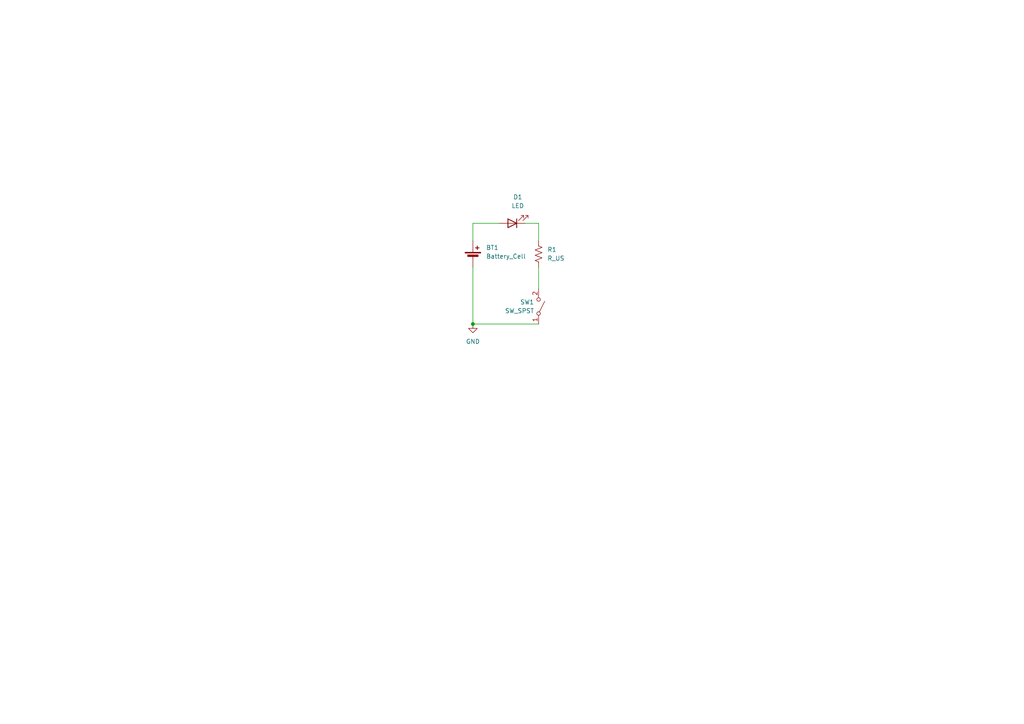
<source format=kicad_sch>
(kicad_sch (version 20231120) (generator "eeschema") (generator_version "8.0")
  (paper "A4")
  (lib_symbols
    (symbol "Device:Battery_Cell" (pin_numbers hide) (pin_names (offset 0) hide)
      (property "Reference" "BT" (at 2.54 2.54 0))
      (property "Value" "Battery_Cell" (at 2.54 0 0))
      (symbol "Battery_Cell_0_1"
        (rectangle (start -2.286 1.778) (end 2.286 1.524) (fill (type outline)))
        (rectangle (start -1.524 1.016) (end 1.524 0.508) (fill (type outline)))
        (polyline (pts (xy 0 0.762) (xy 0 0)))
        (polyline (pts (xy 0 1.778) (xy 0 2.54)))
        (polyline (pts (xy 0.762 3.048) (xy 1.778 3.048)) (stroke (width 0.254)))
        (polyline (pts (xy 1.27 3.556) (xy 1.27 2.54)) (stroke (width 0.254)))
      )
      (symbol "Battery_Cell_1_1"
        (pin passive line (at 0 5.08 270) (length 2.54) (name "+") (number "1"))
        (pin passive line (at 0 -2.54 90) (length 2.54) (name "-") (number "2"))
      )
    )
    (symbol "Device:LED" (pin_numbers hide) (pin_names (offset 1.016) hide)
      (property "Reference" "D" (at 0 2.54 0))
      (property "Value" "LED" (at 0 -2.54 0))
      (symbol "LED_0_1"
        (polyline (pts (xy -1.27 -1.27) (xy -1.27 1.27)) (stroke (width 0.254)))
        (polyline (pts (xy -1.27 0) (xy 1.27 0)))
        (polyline (pts (xy 1.27 -1.27) (xy 1.27 1.27) (xy -1.27 0) (xy 1.27 -1.27)) (stroke (width 0.254)))
        (polyline (pts (xy -3.048 -0.762) (xy -4.572 -2.286) (xy -3.81 -2.286) (xy -4.572 -2.286) (xy -4.572 -1.524)))
        (polyline (pts (xy -1.778 -0.762) (xy -3.302 -2.286) (xy -2.54 -2.286) (xy -3.302 -2.286) (xy -3.302 -1.524)))
      )
      (symbol "LED_1_1"
        (pin passive line (at -3.81 0 0) (length 2.54) (name "K") (number "1"))
        (pin passive line (at 3.81 0 180) (length 2.54) (name "A") (number "2"))
      )
    )
    (symbol "Device:R_US" (pin_numbers hide) (pin_names (offset 0))
      (property "Reference" "R" (at 2.54 0 90))
      (property "Value" "R_US" (at -2.54 0 90))
      (symbol "R_US_0_1"
        (polyline (pts (xy 0 -2.286) (xy 0 -2.54)))
        (polyline (pts (xy 0 2.286) (xy 0 2.54)))
        (polyline (pts (xy 0 -0.762) (xy 1.016 -1.143) (xy 0 -1.524) (xy -1.016 -1.905) (xy 0 -2.286)))
        (polyline (pts (xy 0 0.762) (xy 1.016 0.381) (xy 0 0) (xy -1.016 -0.381) (xy 0 -0.762)))
        (polyline (pts (xy 0 2.286) (xy 1.016 1.905) (xy 0 1.524) (xy -1.016 1.143) (xy 0 0.762)))
      )
      (symbol "R_US_1_1"
        (pin passive line (at 0 3.81 270) (length 1.27) (name "~") (number "1"))
        (pin passive line (at 0 -3.81 90) (length 1.27) (name "~") (number "2"))
      )
    )
    (symbol "Switch:SW_SPST" (pin_names (offset 0) hide)
      (property "Reference" "SW" (at 0 3.175 0))
      (property "Value" "SW_SPST" (at 0 -2.54 0))
      (symbol "SW_SPST_0_0"
        (circle (center -2.032 0) (radius 0.508))
        (polyline (pts (xy -1.524 0.254) (xy 1.524 1.778)))
        (circle (center 2.032 0) (radius 0.508))
      )
      (symbol "SW_SPST_1_1"
        (pin passive line (at -5.08 0 0) (length 2.54) (name "A") (number "1"))
        (pin passive line (at 5.08 0 180) (length 2.54) (name "B") (number "2"))
      )
    )
    (symbol "power:GND" (power) (pin_numbers hide) (pin_names (offset 0) hide)
      (property "Value" "GND" (at 0 -3.81 0))
      (symbol "GND_0_1"
        (polyline (pts (xy 0 0) (xy 0 -1.27) (xy 1.27 -1.27) (xy 0 -2.54) (xy -1.27 -1.27) (xy 0 -1.27)))
      )
      (symbol "GND_1_1"
        (pin power_in line (at 0 0 270) (length 0) (name "~") (number "1"))
      )
    )
  )
  (junction (at 137.16 93.98))
  (wire (pts (xy 137.16 64.77) (xy 144.78 64.77)))
  (wire (pts (xy 156.21 93.98) (xy 137.16 93.98)))
  (wire (pts (xy 156.21 77.47) (xy 156.21 83.82)))
  (wire (pts (xy 137.16 93.98) (xy 137.16 77.47)))
  (wire (pts (xy 156.21 64.77) (xy 156.21 69.85)))
  (wire (pts (xy 137.16 69.85) (xy 137.16 64.77)))
  (wire (pts (xy 152.4 64.77) (xy 156.21 64.77)))
  (symbol (lib_id "Switch:SW_SPST") (at 156.21 88.9 270) (mirror x) (unit 1)
    (property "Reference" "SW1" (at 154.94 87.6299 90) (effects (justify right)))
    (property "Value" "SW_SPST" (at 154.94 90.1699 90) (effects (justify right)))
    (property "Footprint" "Button_Switch_THT:SW_PUSH_6mm" (effects (hide yes)))
    (property "Description" "Single Pole Single Throw (SPST) switch" (effects (hide yes)))
  )
  (symbol (lib_id "Device:LED") (at 148.59 64.77 180) (unit 1)
    (property "Reference" "D1" (at 150.1775 57.15 0))
    (property "Value" "LED" (at 150.1775 59.69 0))
    (property "Footprint" "LED_SMD:LED_2512_6332Metric" (effects (hide yes)))
    (property "Description" "Light emitting diode" (effects (hide yes)))
  )
  (symbol (lib_id "Device:Battery_Cell") (at 137.16 74.93 0) (unit 1)
    (property "Reference" "BT1" (at 140.97 71.8184 0) (effects (justify left)))
    (property "Value" "Battery_Cell" (at 140.97 74.3584 0) (effects (justify left)))
    (property "Footprint" "Battery:BatteryHolder_Keystone_103_1x20mm" (effects (hide yes)))
    (property "Description" "Single-cell battery" (effects (hide yes)))
  )
  (symbol (lib_id "power:GND") (at 137.16 93.98 0) (unit 1)
    (property "Reference" "#PWR01" (effects (hide yes)))
    (property "Value" "GND" (at 137.16 99.06 0))
    (property "Description" "Power symbol creates a global label with name \"GND\" , ground" (effects (hide yes)))
  )
  (symbol (lib_id "Device:R_US") (at 156.21 73.66 180) (unit 1)
    (property "Reference" "R1" (at 158.75 72.3899 0) (effects (justify right)))
    (property "Value" "R_US" (at 158.75 74.9299 0) (effects (justify right)))
    (property "Footprint" "Resistor_SMD:R_2512_6332Metric" (effects (hide yes)))
    (property "Description" "Resistor, US symbol" (effects (hide yes)))
  )
)
</source>
